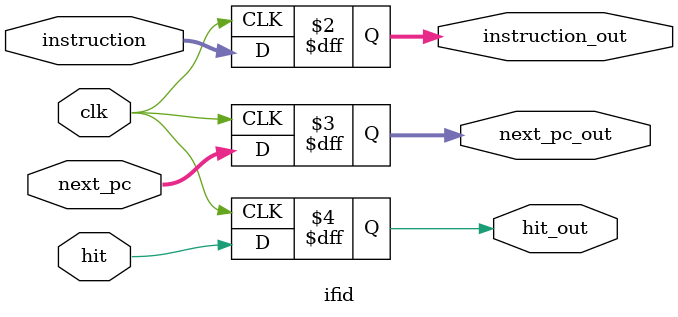
<source format=v>
`timescale 1ns / 1ps
module ifid(clk,next_pc,instruction,hit,instruction_out,next_pc_out,hit_out);
	input clk;
	input [31:0]next_pc;
	input [31:0]instruction;
	input hit;
	output reg [31:0]instruction_out;
	output reg [31:0]next_pc_out;
	output reg hit_out;
	
	
	always @(negedge clk)begin
		instruction_out <= instruction;
		hit_out <= hit;
		next_pc_out <= next_pc;
	end


endmodule

</source>
